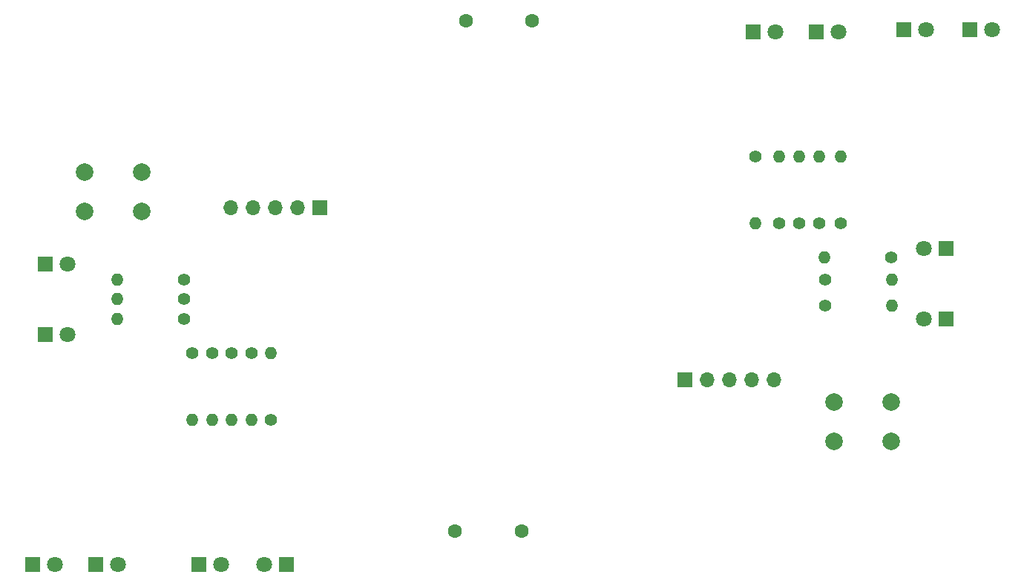
<source format=gbs>
%TF.GenerationSoftware,KiCad,Pcbnew,9.0.0*%
%TF.CreationDate,2025-07-05T08:14:35+06:00*%
%TF.ProjectId,uart,75617274-2e6b-4696-9361-645f70636258,rev?*%
%TF.SameCoordinates,Original*%
%TF.FileFunction,Soldermask,Bot*%
%TF.FilePolarity,Negative*%
%FSLAX46Y46*%
G04 Gerber Fmt 4.6, Leading zero omitted, Abs format (unit mm)*
G04 Created by KiCad (PCBNEW 9.0.0) date 2025-07-05 08:14:35*
%MOMM*%
%LPD*%
G01*
G04 APERTURE LIST*
%ADD10C,1.600000*%
%ADD11C,1.400000*%
%ADD12O,1.400000X1.400000*%
%ADD13R,1.800000X1.800000*%
%ADD14C,1.800000*%
%ADD15R,1.700000X1.700000*%
%ADD16O,1.700000X1.700000*%
%ADD17C,2.000000*%
G04 APERTURE END LIST*
D10*
%TO.C,photoresistor*%
X157700000Y-73250000D03*
X165300000Y-73250000D03*
%TD*%
D11*
%TO.C,R6-S2*%
X198690000Y-102750000D03*
D12*
X206310000Y-102750000D03*
%TD*%
D11*
%TO.C,R1*%
X125560000Y-102750000D03*
D12*
X117940000Y-102750000D03*
%TD*%
D13*
%TO.C,Received bit*%
X212525000Y-99250000D03*
D14*
X209985000Y-99250000D03*
%TD*%
D11*
%TO.C,R14*%
X126500000Y-111190000D03*
D12*
X126500000Y-118810000D03*
%TD*%
D11*
%TO.C,R4*%
X131000000Y-111190000D03*
D12*
X131000000Y-118810000D03*
%TD*%
D13*
%TO.C,LSB*%
X197725000Y-74500000D03*
D14*
X200265000Y-74500000D03*
%TD*%
D11*
%TO.C,R13*%
X133250000Y-111190000D03*
D12*
X133250000Y-118810000D03*
%TD*%
D13*
%TO.C,Sent bit*%
X109725000Y-101000000D03*
D14*
X112265000Y-101000000D03*
%TD*%
D13*
%TO.C,Received bit*%
X109725000Y-109000000D03*
D14*
X112265000Y-109000000D03*
%TD*%
D13*
%TO.C,Toggle*%
X115500000Y-135250000D03*
D14*
X118040000Y-135250000D03*
%TD*%
D11*
%TO.C,R7-S2*%
X198000000Y-96310000D03*
D12*
X198000000Y-88690000D03*
%TD*%
D15*
%TO.C,J1*%
X141050000Y-94525000D03*
D16*
X138510000Y-94525000D03*
X135970000Y-94525000D03*
X133430000Y-94525000D03*
X130890000Y-94525000D03*
%TD*%
D11*
%TO.C,R2*%
X125560000Y-105000000D03*
D12*
X117940000Y-105000000D03*
%TD*%
D11*
%TO.C,R11-S2*%
X193500000Y-96310000D03*
D12*
X193500000Y-88690000D03*
%TD*%
D13*
%TO.C,Toggle*%
X207725000Y-74250000D03*
D14*
X210265000Y-74250000D03*
%TD*%
D11*
%TO.C,R12-S2*%
X200500000Y-96310000D03*
D12*
X200500000Y-88690000D03*
%TD*%
D11*
%TO.C,R10*%
X125560000Y-107250000D03*
D12*
X117940000Y-107250000D03*
%TD*%
D11*
%TO.C,R9-S3*%
X206250000Y-100250000D03*
D12*
X198630000Y-100250000D03*
%TD*%
D11*
%TO.C,R3*%
X128750000Y-111190000D03*
D12*
X128750000Y-118810000D03*
%TD*%
D13*
%TO.C,Sent bit*%
X212525000Y-107250000D03*
D14*
X209985000Y-107250000D03*
%TD*%
D13*
%TO.C,LSB*%
X127225000Y-135250000D03*
D14*
X129765000Y-135250000D03*
%TD*%
D13*
%TO.C,MSB*%
X137275000Y-135250000D03*
D14*
X134735000Y-135250000D03*
%TD*%
D11*
%TO.C,R5-S2*%
X198690000Y-105750000D03*
D12*
X206310000Y-105750000D03*
%TD*%
D11*
%TO.C,R18*%
X135500000Y-118810000D03*
D12*
X135500000Y-111190000D03*
%TD*%
D17*
%TO.C,Switch*%
X199750000Y-116750000D03*
X206250000Y-116750000D03*
X199750000Y-121250000D03*
X206250000Y-121250000D03*
%TD*%
D10*
%TO.C,photoresistor*%
X164050000Y-131500000D03*
X156450000Y-131500000D03*
%TD*%
D13*
%TO.C,Output*%
X215225000Y-74250000D03*
D14*
X217765000Y-74250000D03*
%TD*%
D11*
%TO.C,R8-S2*%
X195750000Y-96310000D03*
D12*
X195750000Y-88690000D03*
%TD*%
D15*
%TO.C,J2*%
X182700000Y-114225000D03*
D16*
X185240000Y-114225000D03*
X187780000Y-114225000D03*
X190320000Y-114225000D03*
X192860000Y-114225000D03*
%TD*%
D13*
%TO.C,MSB*%
X190475000Y-74500000D03*
D14*
X193015000Y-74500000D03*
%TD*%
D13*
%TO.C,Output*%
X108250000Y-135250000D03*
D14*
X110790000Y-135250000D03*
%TD*%
D17*
%TO.C,Switch*%
X120750000Y-95000000D03*
X114250000Y-95000000D03*
X120750000Y-90500000D03*
X114250000Y-90500000D03*
%TD*%
D11*
%TO.C,R17-S2*%
X190750000Y-88690000D03*
D12*
X190750000Y-96310000D03*
%TD*%
M02*

</source>
